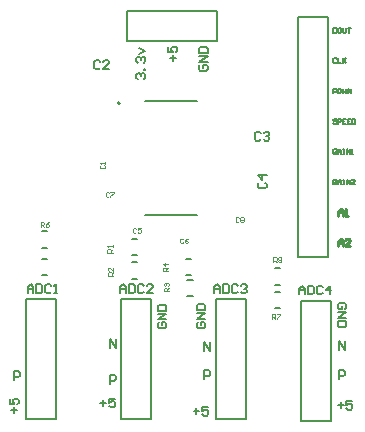
<source format=gto>
G04*
G04 #@! TF.GenerationSoftware,Altium Limited,Altium Designer,21.6.1 (37)*
G04*
G04 Layer_Color=65535*
%FSLAX44Y44*%
%MOMM*%
G71*
G04*
G04 #@! TF.SameCoordinates,0F7C46F9-05DF-46B9-B7E4-F31FC23B8959*
G04*
G04*
G04 #@! TF.FilePolarity,Positive*
G04*
G01*
G75*
%ADD10C,0.2000*%
%ADD11C,0.1270*%
%ADD12C,0.1000*%
%ADD13C,0.1400*%
%ADD14C,0.2500*%
D10*
X346600Y536350D02*
G03*
X346600Y536350I-1000J0D01*
G01*
X497300Y609700D02*
X522700D01*
Y406500D02*
Y609700D01*
X497300Y406500D02*
X522700D01*
X497300D02*
Y609700D01*
X352900Y589300D02*
X429100D01*
Y614700D01*
X352900D02*
X429100D01*
X352900Y589300D02*
Y614700D01*
X500300Y267900D02*
X525700D01*
X500300D02*
Y369500D01*
X525700Y267900D02*
Y369500D01*
X500300D02*
X525700D01*
X267300Y268900D02*
X292700D01*
X267300D02*
Y370500D01*
X292700Y268900D02*
Y370500D01*
X267300D02*
X292700D01*
X427967Y268900D02*
X453367D01*
X427967D02*
Y370500D01*
X453367Y268900D02*
Y370500D01*
X427967D02*
X453367D01*
X347633Y268900D02*
X373033D01*
X347633D02*
Y370500D01*
X373033Y268900D02*
Y370500D01*
X347633D02*
X373033D01*
X257000Y302000D02*
Y309498D01*
X260749D01*
X261998Y308248D01*
Y305749D01*
X260749Y304499D01*
X257000D01*
X532000Y303000D02*
Y310498D01*
X535749D01*
X536998Y309248D01*
Y306749D01*
X535749Y305499D01*
X532000D01*
X418000Y303000D02*
Y310498D01*
X421749D01*
X422998Y309248D01*
Y306749D01*
X421749Y305499D01*
X418000D01*
X338000Y299000D02*
Y306498D01*
X341749D01*
X342998Y305248D01*
Y302749D01*
X341749Y301499D01*
X338000D01*
X532000Y328000D02*
Y335498D01*
X536998Y328000D01*
Y335498D01*
X418000Y327000D02*
Y334498D01*
X422998Y327000D01*
Y334498D01*
X338000Y329000D02*
Y336498D01*
X342998Y329000D01*
Y336498D01*
X537248Y362002D02*
X538498Y363251D01*
Y365750D01*
X537248Y367000D01*
X532250D01*
X531000Y365750D01*
Y363251D01*
X532250Y362002D01*
X534749D01*
Y364501D01*
X531000Y359502D02*
X538498D01*
X531000Y354504D01*
X538498D01*
Y352005D02*
X531000D01*
Y348256D01*
X532250Y347006D01*
X537248D01*
X538498Y348256D01*
Y352005D01*
X412854Y351200D02*
X411604Y349951D01*
Y347452D01*
X412854Y346202D01*
X417852D01*
X419102Y347452D01*
Y349951D01*
X417852Y351200D01*
X415353D01*
Y348701D01*
X419102Y353700D02*
X411604D01*
X419102Y358698D01*
X411604D01*
Y361197D02*
X419102D01*
Y364946D01*
X417852Y366196D01*
X412854D01*
X411604Y364946D01*
Y361197D01*
X379752Y350998D02*
X378502Y349749D01*
Y347250D01*
X379752Y346000D01*
X384750D01*
X386000Y347250D01*
Y349749D01*
X384750Y350998D01*
X382251D01*
Y348499D01*
X386000Y353498D02*
X378502D01*
X386000Y358496D01*
X378502D01*
Y360995D02*
X386000D01*
Y364744D01*
X384750Y365994D01*
X379752D01*
X378502Y364744D01*
Y360995D01*
X531000Y280749D02*
X535998D01*
X533499Y283248D02*
Y278250D01*
X543496Y284498D02*
X538498D01*
Y280749D01*
X540997Y281998D01*
X542246D01*
X543496Y280749D01*
Y278250D01*
X542246Y277000D01*
X539747D01*
X538498Y278250D01*
X409000Y275749D02*
X413998D01*
X411499Y278248D02*
Y273250D01*
X421496Y279498D02*
X416498D01*
Y275749D01*
X418997Y276998D01*
X420246D01*
X421496Y275749D01*
Y273250D01*
X420246Y272000D01*
X417747D01*
X416498Y273250D01*
X330000Y282749D02*
X334998D01*
X332499Y285248D02*
Y280250D01*
X342496Y286498D02*
X337498D01*
Y282749D01*
X339997Y283998D01*
X341246D01*
X342496Y282749D01*
Y280250D01*
X341246Y279000D01*
X338747D01*
X337498Y280250D01*
X257251Y274000D02*
Y278998D01*
X254752Y276499D02*
X259750D01*
X253502Y286496D02*
Y281498D01*
X257251D01*
X256002Y283997D01*
Y285246D01*
X257251Y286496D01*
X259750D01*
X261000Y285246D01*
Y282747D01*
X259750Y281498D01*
X414752Y568998D02*
X413502Y567749D01*
Y565250D01*
X414752Y564000D01*
X419750D01*
X421000Y565250D01*
Y567749D01*
X419750Y568998D01*
X417251D01*
Y566499D01*
X421000Y571498D02*
X413502D01*
X421000Y576496D01*
X413502D01*
Y578995D02*
X421000D01*
Y582744D01*
X419750Y583994D01*
X414752D01*
X413502Y582744D01*
Y578995D01*
X391251Y572000D02*
Y576998D01*
X388752Y574499D02*
X393750D01*
X387502Y584496D02*
Y579498D01*
X391251D01*
X390002Y581997D01*
Y583246D01*
X391251Y584496D01*
X393750D01*
X395000Y583246D01*
Y580747D01*
X393750Y579498D01*
X361752Y557000D02*
X360502Y558250D01*
Y560749D01*
X361752Y561998D01*
X363002D01*
X364251Y560749D01*
Y559499D01*
Y560749D01*
X365501Y561998D01*
X366750D01*
X368000Y560749D01*
Y558250D01*
X366750Y557000D01*
X368000Y564498D02*
X366750D01*
Y565747D01*
X368000D01*
Y564498D01*
X361752Y570746D02*
X360502Y571995D01*
Y574494D01*
X361752Y575744D01*
X363002D01*
X364251Y574494D01*
Y573245D01*
Y574494D01*
X365501Y575744D01*
X366750D01*
X368000Y574494D01*
Y571995D01*
X366750Y570746D01*
X363002Y578243D02*
X368000Y580742D01*
X363002Y583242D01*
X464666Y469350D02*
X463416Y468101D01*
Y465602D01*
X464666Y464352D01*
X469664D01*
X470914Y465602D01*
Y468101D01*
X469664Y469350D01*
X470914Y475598D02*
X463416D01*
X467165Y471850D01*
Y476848D01*
X465754Y511200D02*
X464505Y512450D01*
X462006D01*
X460756Y511200D01*
Y506202D01*
X462006Y504952D01*
X464505D01*
X465754Y506202D01*
X468254Y511200D02*
X469503Y512450D01*
X472002D01*
X473252Y511200D01*
Y509950D01*
X472002Y508701D01*
X470753D01*
X472002D01*
X473252Y507451D01*
Y506202D01*
X472002Y504952D01*
X469503D01*
X468254Y506202D01*
X330118Y571652D02*
X328869Y572902D01*
X326370D01*
X325120Y571652D01*
Y566654D01*
X326370Y565404D01*
X328869D01*
X330118Y566654D01*
X337616Y565404D02*
X332618D01*
X337616Y570402D01*
Y571652D01*
X336366Y572902D01*
X333867D01*
X332618Y571652D01*
X498254Y374651D02*
Y379650D01*
X500754Y382149D01*
X503253Y379650D01*
Y374651D01*
Y378400D01*
X498254D01*
X505752Y382149D02*
Y374651D01*
X509501D01*
X510750Y375901D01*
Y380899D01*
X509501Y382149D01*
X505752D01*
X518248Y380899D02*
X516998Y382149D01*
X514499D01*
X513250Y380899D01*
Y375901D01*
X514499Y374651D01*
X516998D01*
X518248Y375901D01*
X524496Y374651D02*
Y382149D01*
X520747Y378400D01*
X525746D01*
X268504Y375651D02*
Y380650D01*
X271003Y383149D01*
X273502Y380650D01*
Y375651D01*
Y379400D01*
X268504D01*
X276002Y383149D02*
Y375651D01*
X279750D01*
X281000Y376901D01*
Y381899D01*
X279750Y383149D01*
X276002D01*
X288498Y381899D02*
X287248Y383149D01*
X284749D01*
X283499Y381899D01*
Y376901D01*
X284749Y375651D01*
X287248D01*
X288498Y376901D01*
X290997Y375651D02*
X293496D01*
X292246D01*
Y383149D01*
X290997Y381899D01*
X426588Y375651D02*
Y380650D01*
X429087Y383149D01*
X431586Y380650D01*
Y375651D01*
Y379400D01*
X426588D01*
X434085Y383149D02*
Y375651D01*
X437834D01*
X439084Y376901D01*
Y381899D01*
X437834Y383149D01*
X434085D01*
X446581Y381899D02*
X445332Y383149D01*
X442832D01*
X441583Y381899D01*
Y376901D01*
X442832Y375651D01*
X445332D01*
X446581Y376901D01*
X449081Y381899D02*
X450330Y383149D01*
X452829D01*
X454079Y381899D01*
Y380650D01*
X452829Y379400D01*
X451580D01*
X452829D01*
X454079Y378150D01*
Y376901D01*
X452829Y375651D01*
X450330D01*
X449081Y376901D01*
X346921Y375651D02*
Y380650D01*
X349420Y383149D01*
X351919Y380650D01*
Y375651D01*
Y379400D01*
X346921D01*
X354419Y383149D02*
Y375651D01*
X358167D01*
X359417Y376901D01*
Y381899D01*
X358167Y383149D01*
X354419D01*
X366915Y381899D02*
X365665Y383149D01*
X363166D01*
X361916Y381899D01*
Y376901D01*
X363166Y375651D01*
X365665D01*
X366915Y376901D01*
X374412Y375651D02*
X369414D01*
X374412Y380650D01*
Y381899D01*
X373163Y383149D01*
X370663D01*
X369414Y381899D01*
D11*
X368000Y441500D02*
X412000D01*
X368000Y538500D02*
X412000D01*
X356800Y422000D02*
X361200D01*
X356800Y408000D02*
X361200D01*
X402800Y405000D02*
X407200D01*
X402800Y391000D02*
X407200D01*
X280800Y414000D02*
X285200D01*
X280800Y428000D02*
X285200D01*
X356800Y388000D02*
X361200D01*
X356800Y402000D02*
X361200D01*
X403800Y373000D02*
X408200D01*
X403800Y387000D02*
X408200D01*
X280800Y405000D02*
X285200D01*
X280800Y391000D02*
X285200D01*
X477800Y363000D02*
X482200D01*
X477800Y377000D02*
X482200D01*
X477800Y397000D02*
X482200D01*
X477800Y383000D02*
X482200D01*
D12*
X340499Y409668D02*
X335501D01*
Y412167D01*
X336334Y413000D01*
X338000D01*
X338833Y412167D01*
Y409668D01*
Y411334D02*
X340499Y413000D01*
Y414666D02*
Y416332D01*
Y415499D01*
X335501D01*
X336334Y414666D01*
X386999Y394668D02*
X383001D01*
Y396667D01*
X383667Y397334D01*
X385000D01*
X385666Y396667D01*
Y394668D01*
Y396001D02*
X386999Y397334D01*
Y400666D02*
X383001D01*
X385000Y398666D01*
Y401332D01*
X279668Y432001D02*
Y435999D01*
X281667D01*
X282334Y435333D01*
Y434000D01*
X281667Y433334D01*
X279668D01*
X281001D02*
X282334Y432001D01*
X286332Y435999D02*
X284999Y435333D01*
X283666Y434000D01*
Y432667D01*
X284333Y432001D01*
X285666D01*
X286332Y432667D01*
Y433334D01*
X285666Y434000D01*
X283666D01*
X340999Y390668D02*
X337001D01*
Y392667D01*
X337667Y393334D01*
X339000D01*
X339666Y392667D01*
Y390668D01*
Y392001D02*
X340999Y393334D01*
Y397332D02*
Y394666D01*
X338334Y397332D01*
X337667D01*
X337001Y396666D01*
Y395333D01*
X337667Y394666D01*
X360334Y430333D02*
X359667Y430999D01*
X358334D01*
X357668Y430333D01*
Y427667D01*
X358334Y427001D01*
X359667D01*
X360334Y427667D01*
X364332Y430999D02*
X361666D01*
Y429000D01*
X362999Y429666D01*
X363666D01*
X364332Y429000D01*
Y427667D01*
X363666Y427001D01*
X362333D01*
X361666Y427667D01*
X337334Y460333D02*
X336667Y460999D01*
X335334D01*
X334668Y460333D01*
Y457667D01*
X335334Y457001D01*
X336667D01*
X337334Y457667D01*
X338666Y460999D02*
X341332D01*
Y460333D01*
X338666Y457667D01*
Y457001D01*
X400334Y421333D02*
X399667Y421999D01*
X398334D01*
X397668Y421333D01*
Y418667D01*
X398334Y418001D01*
X399667D01*
X400334Y418667D01*
X404332Y421999D02*
X402999Y421333D01*
X401666Y420000D01*
Y418667D01*
X402333Y418001D01*
X403666D01*
X404332Y418667D01*
Y419334D01*
X403666Y420000D01*
X401666D01*
X387999Y377668D02*
X384001D01*
Y379667D01*
X384667Y380334D01*
X386000D01*
X386666Y379667D01*
Y377668D01*
Y379001D02*
X387999Y380334D01*
X384667Y381666D02*
X384001Y382333D01*
Y383666D01*
X384667Y384332D01*
X385334D01*
X386000Y383666D01*
Y382999D01*
Y383666D01*
X386666Y384332D01*
X387333D01*
X387999Y383666D01*
Y382333D01*
X387333Y381666D01*
X476668Y402001D02*
Y405999D01*
X478667D01*
X479334Y405333D01*
Y404000D01*
X478667Y403334D01*
X476668D01*
X478001D02*
X479334Y402001D01*
X480667Y405333D02*
X481333Y405999D01*
X482666D01*
X483332Y405333D01*
Y404666D01*
X482666Y404000D01*
X483332Y403334D01*
Y402667D01*
X482666Y402001D01*
X481333D01*
X480667Y402667D01*
Y403334D01*
X481333Y404000D01*
X480667Y404666D01*
Y405333D01*
X481333Y404000D02*
X482666D01*
X475668Y354001D02*
Y357999D01*
X477667D01*
X478334Y357333D01*
Y356000D01*
X477667Y355334D01*
X475668D01*
X477001D02*
X478334Y354001D01*
X479666Y357999D02*
X482332D01*
Y357333D01*
X479666Y354667D01*
Y354001D01*
X447333Y439333D02*
X446667Y439999D01*
X445334D01*
X444668Y439333D01*
Y436667D01*
X445334Y436001D01*
X446667D01*
X447333Y436667D01*
X448666Y439333D02*
X449333Y439999D01*
X450666D01*
X451332Y439333D01*
Y438666D01*
X450666Y438000D01*
X451332Y437334D01*
Y436667D01*
X450666Y436001D01*
X449333D01*
X448666Y436667D01*
Y437334D01*
X449333Y438000D01*
X448666Y438666D01*
Y439333D01*
X449333Y438000D02*
X450666D01*
X330667Y484000D02*
X330001Y483334D01*
Y482001D01*
X330667Y481334D01*
X333333D01*
X333999Y482001D01*
Y483334D01*
X333333Y484000D01*
X333999Y485333D02*
Y486666D01*
Y485999D01*
X330001D01*
X330667Y485333D01*
D13*
X530066Y471161D02*
X529399Y471827D01*
X528066D01*
X527400Y471161D01*
Y468495D01*
X528066Y467829D01*
X529399D01*
X530066Y468495D01*
Y469828D01*
X528733D01*
X531399Y467829D02*
Y470494D01*
X532732Y471827D01*
X534064Y470494D01*
Y467829D01*
Y469828D01*
X531399D01*
X535397Y471827D02*
X536730D01*
X536064D01*
Y467829D01*
X535397D01*
X536730D01*
X538730D02*
Y471827D01*
X541395Y467829D01*
Y471827D01*
X545394Y467829D02*
X542728D01*
X545394Y470494D01*
Y471161D01*
X544728Y471827D01*
X543395D01*
X542728Y471161D01*
X530066Y496875D02*
X529399Y497542D01*
X528066D01*
X527400Y496875D01*
Y494209D01*
X528066Y493543D01*
X529399D01*
X530066Y494209D01*
Y495542D01*
X528733D01*
X531399Y493543D02*
Y496209D01*
X532732Y497542D01*
X534064Y496209D01*
Y493543D01*
Y495542D01*
X531399D01*
X535397Y497542D02*
X536730D01*
X536064D01*
Y493543D01*
X535397D01*
X536730D01*
X538730D02*
Y497542D01*
X541395Y493543D01*
Y497542D01*
X542728Y493543D02*
X544061D01*
X543395D01*
Y497542D01*
X542728Y496875D01*
X530066Y522589D02*
X529399Y523256D01*
X528066D01*
X527400Y522589D01*
Y521923D01*
X528066Y521256D01*
X529399D01*
X530066Y520590D01*
Y519924D01*
X529399Y519257D01*
X528066D01*
X527400Y519924D01*
X531399Y519257D02*
Y523256D01*
X533398D01*
X534064Y522589D01*
Y521256D01*
X533398Y520590D01*
X531399D01*
X538063Y523256D02*
X535397D01*
Y519257D01*
X538063D01*
X535397Y521256D02*
X536730D01*
X542062Y523256D02*
X539396D01*
Y519257D01*
X542062D01*
X539396Y521256D02*
X540729D01*
X543395Y523256D02*
Y519257D01*
X545394D01*
X546061Y519924D01*
Y522589D01*
X545394Y523256D01*
X543395D01*
X527400Y544971D02*
Y548970D01*
X529399D01*
X530066Y548304D01*
Y546971D01*
X529399Y546304D01*
X527400D01*
X531399Y548970D02*
Y544971D01*
X533398D01*
X534064Y545638D01*
Y548304D01*
X533398Y548970D01*
X531399D01*
X535397D02*
Y544971D01*
X536730Y546304D01*
X538063Y544971D01*
Y548970D01*
X539396Y544971D02*
Y548970D01*
X542062Y544971D01*
Y548970D01*
X530066Y574018D02*
X529399Y574684D01*
X528066D01*
X527400Y574018D01*
Y571352D01*
X528066Y570686D01*
X529399D01*
X530066Y571352D01*
X531399Y574684D02*
Y570686D01*
X534064D01*
X535397Y574684D02*
Y570686D01*
Y572019D01*
X538063Y574684D01*
X536064Y572685D01*
X538063Y570686D01*
X527400Y600399D02*
Y596400D01*
X529399D01*
X530066Y597066D01*
Y599732D01*
X529399Y600399D01*
X527400D01*
X533398D02*
X532065D01*
X531399Y599732D01*
Y597066D01*
X532065Y596400D01*
X533398D01*
X534064Y597066D01*
Y599732D01*
X533398Y600399D01*
X535397D02*
Y597066D01*
X536064Y596400D01*
X537397D01*
X538063Y597066D01*
Y600399D01*
X539396D02*
X542062D01*
X540729D01*
Y596400D01*
D14*
X531500Y441214D02*
Y445213D01*
X533499Y447212D01*
X535499Y445213D01*
Y441214D01*
Y444213D01*
X531500D01*
X537498Y441214D02*
X539497D01*
X538498D01*
Y447212D01*
X537498Y446213D01*
X531500Y415500D02*
Y419499D01*
X533499Y421498D01*
X535499Y419499D01*
Y415500D01*
Y418499D01*
X531500D01*
X541497Y415500D02*
X537498D01*
X541497Y419499D01*
Y420498D01*
X540497Y421498D01*
X538498D01*
X537498Y420498D01*
M02*

</source>
